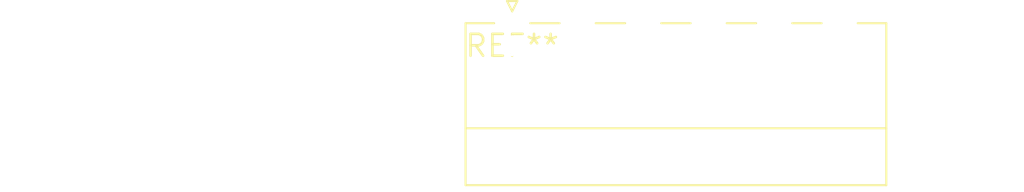
<source format=kicad_pcb>
(kicad_pcb (version 20240108) (generator pcbnew)
  (layers (0 "F.Cu" signal) (31 "B.Cu" signal) (34 "B.Paste" user) (35 "F.Paste" user) (36 "B.SilkS" user "B.Silkscreen") (37 "F.SilkS" user "F.Silkscreen") (38 "B.Mask" user) (39 "F.Mask" user) (44 "Edge.Cuts" user))
  (net 0 "")
  (footprint "PhoenixContact_MC_1,5_6-G-3.81_1x06_P3.81mm_Horizontal" (layer "F.Cu") (at 0 0)
    (property "Reference" "REF**")
    (property "Value" "PhoenixContact_MC_1,5_6-G-3.81_1x06_P3.81mm_Horizontal")
    (fp_line (start -2.71 -1.31) (end -2.71 8.11) (layer "F.SilkS") (stroke (width 0.12)))
    (fp_line (start -2.71 -1.31) (end -1.05 -1.31) (layer "F.SilkS") (stroke (width 0.12)))
    (fp_line (start -2.71 4.8) (end 21.76 4.8) (layer "F.SilkS") (stroke (width 0.12)))
    (fp_line (start -2.71 8.11) (end 21.76 8.11) (layer "F.SilkS") (stroke (width 0.12)))
    (fp_line (start -0.3 -2.6) (end 0.3 -2.6) (layer "F.SilkS") (stroke (width 0.12)))
    (fp_line (start 0 -2) (end -0.3 -2.6) (layer "F.SilkS") (stroke (width 0.12)))
    (fp_line (start 0.3 -2.6) (end 0 -2) (layer "F.SilkS") (stroke (width 0.12)))
    (fp_line (start 1.05 -1.31) (end 2.76 -1.31) (layer "F.SilkS") (stroke (width 0.12)))
    (fp_line (start 4.86 -1.31) (end 6.57 -1.31) (layer "F.SilkS") (stroke (width 0.12)))
    (fp_line (start 8.67 -1.31) (end 10.38 -1.31) (layer "F.SilkS") (stroke (width 0.12)))
    (fp_line (start 12.48 -1.31) (end 14.19 -1.31) (layer "F.SilkS") (stroke (width 0.12)))
    (fp_line (start 16.29 -1.31) (end 18 -1.31) (layer "F.SilkS") (stroke (width 0.12)))
    (fp_line (start 21.76 -1.31) (end 20.1 -1.31) (layer "F.SilkS") (stroke (width 0.12)))
    (fp_line (start 21.76 8.11) (end 21.76 -1.31) (layer "F.SilkS") (stroke (width 0.12)))
    (pad "1" thru_hole roundrect (at 0 0) (size 1.8 3.6) (drill 1.2) (layers *.Cu *.Mask) (remove_unused_layers) (roundrect_rratio 0.138889))
    (pad "2" thru_hole oval (at 3.81 0) (size 1.8 3.6) (drill 1.2) (layers *.Cu *.Mask) (remove_unused_layers))
    (pad "3" thru_hole oval (at 7.62 0) (size 1.8 3.6) (drill 1.2) (layers *.Cu *.Mask) (remove_unused_layers))
    (pad "4" thru_hole oval (at 11.43 0) (size 1.8 3.6) (drill 1.2) (layers *.Cu *.Mask) (remove_unused_layers))
    (pad "5" thru_hole oval (at 15.24 0) (size 1.8 3.6) (drill 1.2) (layers *.Cu *.Mask) (remove_unused_layers))
    (pad "6" thru_hole oval (at 19.05 0) (size 1.8 3.6) (drill 1.2) (layers *.Cu *.Mask) (remove_unused_layers))
  )
)
</source>
